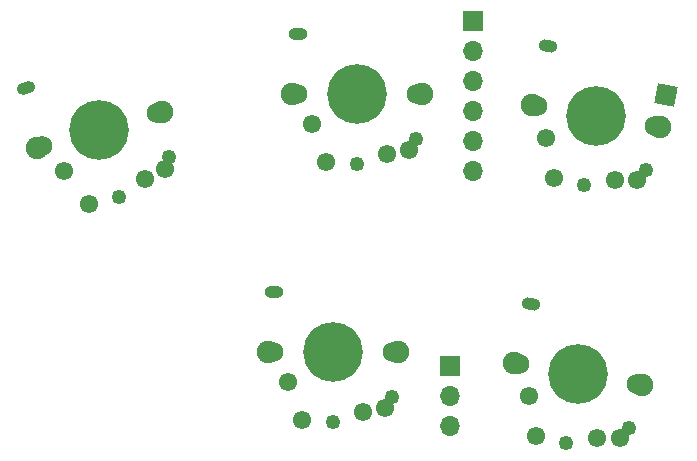
<source format=gbr>
%TF.GenerationSoftware,KiCad,Pcbnew,(6.99.0-4085-g6c752680d7)*%
%TF.CreationDate,2022-11-14T16:54:03+08:00*%
%TF.ProjectId,flex_thumbs_right,666c6578-5f74-4687-956d-62735f726967,rev?*%
%TF.SameCoordinates,Original*%
%TF.FileFunction,Soldermask,Bot*%
%TF.FilePolarity,Negative*%
%FSLAX46Y46*%
G04 Gerber Fmt 4.6, Leading zero omitted, Abs format (unit mm)*
G04 Created by KiCad (PCBNEW (6.99.0-4085-g6c752680d7)) date 2022-11-14 16:54:03*
%MOMM*%
%LPD*%
G01*
G04 APERTURE LIST*
G04 Aperture macros list*
%AMHorizOval*
0 Thick line with rounded ends*
0 $1 width*
0 $2 $3 position (X,Y) of the first rounded end (center of the circle)*
0 $4 $5 position (X,Y) of the second rounded end (center of the circle)*
0 Add line between two ends*
20,1,$1,$2,$3,$4,$5,0*
0 Add two circle primitives to create the rounded ends*
1,1,$1,$2,$3*
1,1,$1,$4,$5*%
%AMRotRect*
0 Rectangle, with rotation*
0 The origin of the aperture is its center*
0 $1 length*
0 $2 width*
0 $3 Rotation angle, in degrees counterclockwise*
0 Add horizontal line*
21,1,$1,$2,0,0,$3*%
G04 Aperture macros list end*
%ADD10C,1.900000*%
%ADD11C,1.750000*%
%ADD12HorizOval,1.000000X0.295442X-0.052094X-0.295442X0.052094X0*%
%ADD13C,1.550000*%
%ADD14C,5.050000*%
%ADD15C,1.250000*%
%ADD16O,1.600000X1.000000*%
%ADD17HorizOval,1.000000X0.288379X0.082691X-0.288379X-0.082691X0*%
%ADD18R,1.700000X1.700000*%
%ADD19O,1.700000X1.700000*%
%ADD20RotRect,1.700000X1.700000X169.000000*%
G04 APERTURE END LIST*
D10*
%TO.C,SW9*%
X106664075Y-100041825D03*
D11*
X107077695Y-100114757D03*
D12*
X108050766Y-95056888D03*
D13*
X107887334Y-102836702D03*
X108521541Y-106208049D03*
D14*
X112080518Y-100996890D03*
D15*
X111055994Y-106807256D03*
D13*
X113699797Y-106440780D03*
X115597526Y-106389538D03*
D15*
X116344694Y-105607400D03*
D11*
X117083341Y-101879023D03*
D10*
X117496961Y-101951955D03*
%TD*%
%TO.C,SW19*%
X87835313Y-77324091D03*
D11*
X88255313Y-77324091D03*
D16*
X88335312Y-72174090D03*
D13*
X89525313Y-79864091D03*
X90735313Y-83074091D03*
D14*
X93335313Y-77324091D03*
D15*
X93335313Y-83224091D03*
D13*
X95875313Y-82404091D03*
X97735313Y-82024091D03*
D15*
X98335313Y-81124091D03*
D11*
X98415313Y-77324091D03*
D10*
X98835313Y-77324091D03*
%TD*%
%TO.C,SW14*%
X66255171Y-81837290D03*
D11*
X66658901Y-81721523D03*
D17*
X65316268Y-76748973D03*
D13*
X68579822Y-83813068D03*
X70627744Y-86565197D03*
D14*
X71542110Y-80321285D03*
D15*
X73168370Y-85992729D03*
D13*
X75383952Y-84504376D03*
X77067157Y-83626411D03*
D15*
X77395840Y-82595893D03*
D11*
X76425319Y-78921047D03*
D10*
X76829049Y-78805280D03*
%TD*%
D18*
%TO.C,J1*%
X103190504Y-71126487D03*
D19*
X103190504Y-73666487D03*
X103190504Y-76206487D03*
X103190504Y-78746487D03*
X103190504Y-81286487D03*
X103190504Y-83826487D03*
%TD*%
D10*
%TO.C,SW1*%
X85803303Y-99168090D03*
D11*
X86223303Y-99168090D03*
D16*
X86303302Y-94018089D03*
D13*
X87493303Y-101708090D03*
X88703303Y-104918090D03*
D14*
X91303303Y-99168090D03*
D15*
X91303303Y-105068090D03*
D13*
X93843303Y-104248090D03*
X95703303Y-103868090D03*
D15*
X96303303Y-102968090D03*
D11*
X96383303Y-99168090D03*
D10*
X96803303Y-99168090D03*
%TD*%
%TO.C,SW5*%
X108137271Y-78197820D03*
D11*
X108550891Y-78270752D03*
D12*
X109523962Y-73212883D03*
D13*
X109360530Y-80992697D03*
X109994737Y-84364044D03*
D14*
X113553714Y-79152885D03*
D15*
X112529190Y-84963251D03*
D13*
X115172993Y-84596775D03*
X117070722Y-84545533D03*
D15*
X117817890Y-83763395D03*
D11*
X118556537Y-80035018D03*
D10*
X118970157Y-80107950D03*
%TD*%
D18*
%TO.C,J2*%
X101210124Y-100309689D03*
D19*
X101210124Y-102849689D03*
X101210124Y-105389689D03*
%TD*%
D20*
%TO.C,J3*%
X119520923Y-77351807D03*
%TD*%
M02*

</source>
